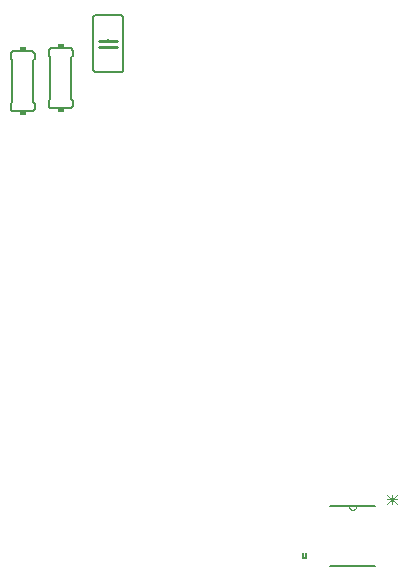
<source format=gbo>
G75*
%MOIN*%
%OFA0B0*%
%FSLAX25Y25*%
%IPPOS*%
%LPD*%
%AMOC8*
5,1,8,0,0,1.08239X$1,22.5*
%
%ADD10C,0.00600*%
%ADD11R,0.02000X0.01500*%
%ADD12C,0.01000*%
%ADD13C,0.00000*%
%ADD14C,0.00300*%
D10*
X0224728Y0291683D02*
X0230728Y0291683D01*
X0230788Y0291685D01*
X0230849Y0291690D01*
X0230908Y0291699D01*
X0230967Y0291712D01*
X0231026Y0291728D01*
X0231083Y0291748D01*
X0231138Y0291771D01*
X0231193Y0291798D01*
X0231245Y0291827D01*
X0231296Y0291860D01*
X0231345Y0291896D01*
X0231391Y0291934D01*
X0231435Y0291976D01*
X0231477Y0292020D01*
X0231515Y0292066D01*
X0231551Y0292115D01*
X0231584Y0292166D01*
X0231613Y0292218D01*
X0231640Y0292273D01*
X0231663Y0292328D01*
X0231683Y0292385D01*
X0231699Y0292444D01*
X0231712Y0292503D01*
X0231721Y0292562D01*
X0231726Y0292623D01*
X0231728Y0292683D01*
X0231728Y0294183D01*
X0231228Y0294683D01*
X0231228Y0308683D01*
X0231728Y0309183D01*
X0231728Y0310683D01*
X0231726Y0310743D01*
X0231721Y0310804D01*
X0231712Y0310863D01*
X0231699Y0310922D01*
X0231683Y0310981D01*
X0231663Y0311038D01*
X0231640Y0311093D01*
X0231613Y0311148D01*
X0231584Y0311200D01*
X0231551Y0311251D01*
X0231515Y0311300D01*
X0231477Y0311346D01*
X0231435Y0311390D01*
X0231391Y0311432D01*
X0231345Y0311470D01*
X0231296Y0311506D01*
X0231245Y0311539D01*
X0231193Y0311568D01*
X0231138Y0311595D01*
X0231083Y0311618D01*
X0231026Y0311638D01*
X0230967Y0311654D01*
X0230908Y0311667D01*
X0230849Y0311676D01*
X0230788Y0311681D01*
X0230728Y0311683D01*
X0224728Y0311683D01*
X0224668Y0311681D01*
X0224607Y0311676D01*
X0224548Y0311667D01*
X0224489Y0311654D01*
X0224430Y0311638D01*
X0224373Y0311618D01*
X0224318Y0311595D01*
X0224263Y0311568D01*
X0224211Y0311539D01*
X0224160Y0311506D01*
X0224111Y0311470D01*
X0224065Y0311432D01*
X0224021Y0311390D01*
X0223979Y0311346D01*
X0223941Y0311300D01*
X0223905Y0311251D01*
X0223872Y0311200D01*
X0223843Y0311148D01*
X0223816Y0311093D01*
X0223793Y0311038D01*
X0223773Y0310981D01*
X0223757Y0310922D01*
X0223744Y0310863D01*
X0223735Y0310804D01*
X0223730Y0310743D01*
X0223728Y0310683D01*
X0223728Y0309183D01*
X0224228Y0308683D01*
X0224228Y0294683D01*
X0223728Y0294183D01*
X0223728Y0292683D01*
X0223730Y0292623D01*
X0223735Y0292562D01*
X0223744Y0292503D01*
X0223757Y0292444D01*
X0223773Y0292385D01*
X0223793Y0292328D01*
X0223816Y0292273D01*
X0223843Y0292218D01*
X0223872Y0292166D01*
X0223905Y0292115D01*
X0223941Y0292066D01*
X0223979Y0292020D01*
X0224021Y0291976D01*
X0224065Y0291934D01*
X0224111Y0291896D01*
X0224160Y0291860D01*
X0224211Y0291827D01*
X0224263Y0291798D01*
X0224318Y0291771D01*
X0224373Y0291748D01*
X0224430Y0291728D01*
X0224489Y0291712D01*
X0224548Y0291699D01*
X0224607Y0291690D01*
X0224668Y0291685D01*
X0224728Y0291683D01*
X0236478Y0293683D02*
X0236478Y0295183D01*
X0236978Y0295683D01*
X0236978Y0309683D01*
X0236478Y0310183D01*
X0236478Y0311683D01*
X0236480Y0311743D01*
X0236485Y0311804D01*
X0236494Y0311863D01*
X0236507Y0311922D01*
X0236523Y0311981D01*
X0236543Y0312038D01*
X0236566Y0312093D01*
X0236593Y0312148D01*
X0236622Y0312200D01*
X0236655Y0312251D01*
X0236691Y0312300D01*
X0236729Y0312346D01*
X0236771Y0312390D01*
X0236815Y0312432D01*
X0236861Y0312470D01*
X0236910Y0312506D01*
X0236961Y0312539D01*
X0237013Y0312568D01*
X0237068Y0312595D01*
X0237123Y0312618D01*
X0237180Y0312638D01*
X0237239Y0312654D01*
X0237298Y0312667D01*
X0237357Y0312676D01*
X0237418Y0312681D01*
X0237478Y0312683D01*
X0243478Y0312683D01*
X0243538Y0312681D01*
X0243599Y0312676D01*
X0243658Y0312667D01*
X0243717Y0312654D01*
X0243776Y0312638D01*
X0243833Y0312618D01*
X0243888Y0312595D01*
X0243943Y0312568D01*
X0243995Y0312539D01*
X0244046Y0312506D01*
X0244095Y0312470D01*
X0244141Y0312432D01*
X0244185Y0312390D01*
X0244227Y0312346D01*
X0244265Y0312300D01*
X0244301Y0312251D01*
X0244334Y0312200D01*
X0244363Y0312148D01*
X0244390Y0312093D01*
X0244413Y0312038D01*
X0244433Y0311981D01*
X0244449Y0311922D01*
X0244462Y0311863D01*
X0244471Y0311804D01*
X0244476Y0311743D01*
X0244478Y0311683D01*
X0244478Y0310183D01*
X0243978Y0309683D01*
X0243978Y0295683D01*
X0244478Y0295183D01*
X0244478Y0293683D01*
X0244476Y0293623D01*
X0244471Y0293562D01*
X0244462Y0293503D01*
X0244449Y0293444D01*
X0244433Y0293385D01*
X0244413Y0293328D01*
X0244390Y0293273D01*
X0244363Y0293218D01*
X0244334Y0293166D01*
X0244301Y0293115D01*
X0244265Y0293066D01*
X0244227Y0293020D01*
X0244185Y0292976D01*
X0244141Y0292934D01*
X0244095Y0292896D01*
X0244046Y0292860D01*
X0243995Y0292827D01*
X0243943Y0292798D01*
X0243888Y0292771D01*
X0243833Y0292748D01*
X0243776Y0292728D01*
X0243717Y0292712D01*
X0243658Y0292699D01*
X0243599Y0292690D01*
X0243538Y0292685D01*
X0243478Y0292683D01*
X0237478Y0292683D01*
X0237418Y0292685D01*
X0237357Y0292690D01*
X0237298Y0292699D01*
X0237239Y0292712D01*
X0237180Y0292728D01*
X0237123Y0292748D01*
X0237068Y0292771D01*
X0237013Y0292798D01*
X0236961Y0292827D01*
X0236910Y0292860D01*
X0236861Y0292896D01*
X0236815Y0292934D01*
X0236771Y0292976D01*
X0236729Y0293020D01*
X0236691Y0293066D01*
X0236655Y0293115D01*
X0236622Y0293166D01*
X0236593Y0293218D01*
X0236566Y0293273D01*
X0236543Y0293328D01*
X0236523Y0293385D01*
X0236507Y0293444D01*
X0236494Y0293503D01*
X0236485Y0293562D01*
X0236480Y0293623D01*
X0236478Y0293683D01*
X0251228Y0305683D02*
X0251228Y0322683D01*
X0251230Y0322743D01*
X0251235Y0322804D01*
X0251244Y0322863D01*
X0251257Y0322922D01*
X0251273Y0322981D01*
X0251293Y0323038D01*
X0251316Y0323093D01*
X0251343Y0323148D01*
X0251372Y0323200D01*
X0251405Y0323251D01*
X0251441Y0323300D01*
X0251479Y0323346D01*
X0251521Y0323390D01*
X0251565Y0323432D01*
X0251611Y0323470D01*
X0251660Y0323506D01*
X0251711Y0323539D01*
X0251763Y0323568D01*
X0251818Y0323595D01*
X0251873Y0323618D01*
X0251930Y0323638D01*
X0251989Y0323654D01*
X0252048Y0323667D01*
X0252107Y0323676D01*
X0252168Y0323681D01*
X0252228Y0323683D01*
X0260228Y0323683D01*
X0260288Y0323681D01*
X0260349Y0323676D01*
X0260408Y0323667D01*
X0260467Y0323654D01*
X0260526Y0323638D01*
X0260583Y0323618D01*
X0260638Y0323595D01*
X0260693Y0323568D01*
X0260745Y0323539D01*
X0260796Y0323506D01*
X0260845Y0323470D01*
X0260891Y0323432D01*
X0260935Y0323390D01*
X0260977Y0323346D01*
X0261015Y0323300D01*
X0261051Y0323251D01*
X0261084Y0323200D01*
X0261113Y0323148D01*
X0261140Y0323093D01*
X0261163Y0323038D01*
X0261183Y0322981D01*
X0261199Y0322922D01*
X0261212Y0322863D01*
X0261221Y0322804D01*
X0261226Y0322743D01*
X0261228Y0322683D01*
X0261228Y0305683D01*
X0261226Y0305623D01*
X0261221Y0305562D01*
X0261212Y0305503D01*
X0261199Y0305444D01*
X0261183Y0305385D01*
X0261163Y0305328D01*
X0261140Y0305273D01*
X0261113Y0305218D01*
X0261084Y0305166D01*
X0261051Y0305115D01*
X0261015Y0305066D01*
X0260977Y0305020D01*
X0260935Y0304976D01*
X0260891Y0304934D01*
X0260845Y0304896D01*
X0260796Y0304860D01*
X0260745Y0304827D01*
X0260693Y0304798D01*
X0260638Y0304771D01*
X0260583Y0304748D01*
X0260526Y0304728D01*
X0260467Y0304712D01*
X0260408Y0304699D01*
X0260349Y0304690D01*
X0260288Y0304685D01*
X0260228Y0304683D01*
X0252228Y0304683D01*
X0252168Y0304685D01*
X0252107Y0304690D01*
X0252048Y0304699D01*
X0251989Y0304712D01*
X0251930Y0304728D01*
X0251873Y0304748D01*
X0251818Y0304771D01*
X0251763Y0304798D01*
X0251711Y0304827D01*
X0251660Y0304860D01*
X0251611Y0304896D01*
X0251565Y0304934D01*
X0251521Y0304976D01*
X0251479Y0305020D01*
X0251441Y0305066D01*
X0251405Y0305115D01*
X0251372Y0305166D01*
X0251343Y0305218D01*
X0251316Y0305273D01*
X0251293Y0305328D01*
X0251273Y0305385D01*
X0251257Y0305444D01*
X0251244Y0305503D01*
X0251235Y0305562D01*
X0251230Y0305623D01*
X0251228Y0305683D01*
X0256228Y0312683D02*
X0256228Y0313183D01*
X0256228Y0315183D02*
X0256228Y0315683D01*
X0330328Y0159933D02*
X0336528Y0159933D01*
X0338928Y0159933D01*
X0345128Y0159933D01*
X0345128Y0139933D02*
X0330328Y0139933D01*
X0322328Y0142833D02*
X0322328Y0144333D01*
X0321328Y0144333D02*
X0321328Y0142833D01*
X0322328Y0142833D01*
D11*
X0240478Y0291933D03*
X0227728Y0290933D03*
X0227728Y0312433D03*
X0240478Y0313433D03*
D12*
X0253228Y0313183D02*
X0256228Y0313183D01*
X0259228Y0313183D01*
X0259228Y0315183D02*
X0256228Y0315183D01*
X0253228Y0315183D01*
D13*
X0336528Y0159933D02*
X0336530Y0159864D01*
X0336536Y0159796D01*
X0336546Y0159728D01*
X0336559Y0159661D01*
X0336577Y0159595D01*
X0336598Y0159530D01*
X0336623Y0159466D01*
X0336651Y0159404D01*
X0336683Y0159343D01*
X0336718Y0159284D01*
X0336757Y0159228D01*
X0336799Y0159173D01*
X0336844Y0159122D01*
X0336892Y0159072D01*
X0336942Y0159026D01*
X0336995Y0158983D01*
X0337051Y0158942D01*
X0337108Y0158905D01*
X0337168Y0158872D01*
X0337230Y0158841D01*
X0337293Y0158815D01*
X0337357Y0158792D01*
X0337423Y0158772D01*
X0337490Y0158757D01*
X0337557Y0158745D01*
X0337625Y0158737D01*
X0337694Y0158733D01*
X0337762Y0158733D01*
X0337831Y0158737D01*
X0337899Y0158745D01*
X0337966Y0158757D01*
X0338033Y0158772D01*
X0338099Y0158792D01*
X0338163Y0158815D01*
X0338226Y0158841D01*
X0338288Y0158872D01*
X0338348Y0158905D01*
X0338405Y0158942D01*
X0338461Y0158983D01*
X0338514Y0159026D01*
X0338564Y0159072D01*
X0338612Y0159122D01*
X0338657Y0159173D01*
X0338699Y0159228D01*
X0338738Y0159284D01*
X0338773Y0159343D01*
X0338805Y0159404D01*
X0338833Y0159466D01*
X0338858Y0159530D01*
X0338879Y0159595D01*
X0338897Y0159661D01*
X0338910Y0159728D01*
X0338920Y0159796D01*
X0338926Y0159864D01*
X0338928Y0159933D01*
D14*
X0349242Y0160667D02*
X0352378Y0163803D01*
X0350810Y0163803D02*
X0350810Y0160667D01*
X0352378Y0160667D02*
X0349242Y0163803D01*
X0349242Y0162235D02*
X0352378Y0162235D01*
M02*

</source>
